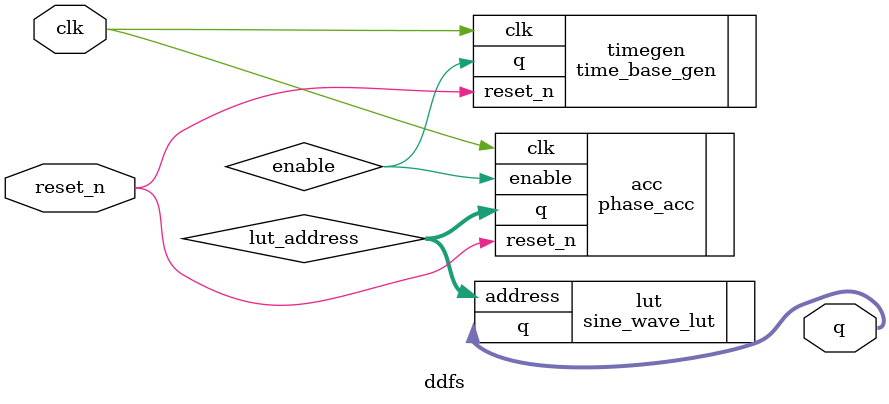
<source format=sv>
module ddfs (
    input logic clk, input logic reset_n,
    output logic [7:0] q
);

logic enable;
time_base_gen #(.L(521)) timegen (.clk(clk), .reset_n(reset_n), .q(enable));

logic [7:0] lut_address;

phase_acc acc (.clk(clk), .reset_n(reset_n), .enable(enable), .q(lut_address));
    
sine_wave_lut lut (.address(lut_address), .q(q));

endmodule
</source>
